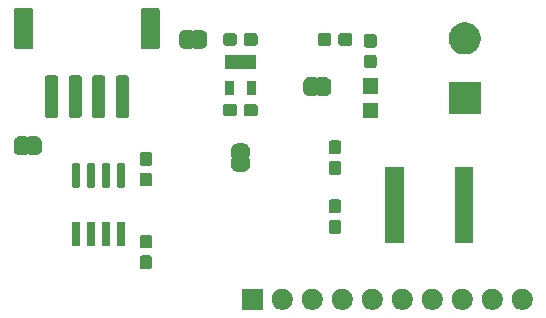
<source format=gts>
G04 #@! TF.GenerationSoftware,KiCad,Pcbnew,(5.1.5-0)*
G04 #@! TF.CreationDate,2020-02-09T15:42:12-07:00*
G04 #@! TF.ProjectId,dac_proto,6461635f-7072-46f7-946f-2e6b69636164,rev?*
G04 #@! TF.SameCoordinates,Original*
G04 #@! TF.FileFunction,Soldermask,Top*
G04 #@! TF.FilePolarity,Negative*
%FSLAX46Y46*%
G04 Gerber Fmt 4.6, Leading zero omitted, Abs format (unit mm)*
G04 Created by KiCad (PCBNEW (5.1.5-0)) date 2020-02-09 15:42:12*
%MOMM*%
%LPD*%
G04 APERTURE LIST*
%ADD10C,0.100000*%
G04 APERTURE END LIST*
D10*
G36*
X209973512Y-98103927D02*
G01*
X210122812Y-98133624D01*
X210286784Y-98201544D01*
X210434354Y-98300147D01*
X210559853Y-98425646D01*
X210658456Y-98573216D01*
X210726376Y-98737188D01*
X210761000Y-98911259D01*
X210761000Y-99088741D01*
X210726376Y-99262812D01*
X210658456Y-99426784D01*
X210559853Y-99574354D01*
X210434354Y-99699853D01*
X210286784Y-99798456D01*
X210122812Y-99866376D01*
X209973512Y-99896073D01*
X209948742Y-99901000D01*
X209771258Y-99901000D01*
X209746488Y-99896073D01*
X209597188Y-99866376D01*
X209433216Y-99798456D01*
X209285646Y-99699853D01*
X209160147Y-99574354D01*
X209061544Y-99426784D01*
X208993624Y-99262812D01*
X208959000Y-99088741D01*
X208959000Y-98911259D01*
X208993624Y-98737188D01*
X209061544Y-98573216D01*
X209160147Y-98425646D01*
X209285646Y-98300147D01*
X209433216Y-98201544D01*
X209597188Y-98133624D01*
X209746488Y-98103927D01*
X209771258Y-98099000D01*
X209948742Y-98099000D01*
X209973512Y-98103927D01*
G37*
G36*
X207433512Y-98103927D02*
G01*
X207582812Y-98133624D01*
X207746784Y-98201544D01*
X207894354Y-98300147D01*
X208019853Y-98425646D01*
X208118456Y-98573216D01*
X208186376Y-98737188D01*
X208221000Y-98911259D01*
X208221000Y-99088741D01*
X208186376Y-99262812D01*
X208118456Y-99426784D01*
X208019853Y-99574354D01*
X207894354Y-99699853D01*
X207746784Y-99798456D01*
X207582812Y-99866376D01*
X207433512Y-99896073D01*
X207408742Y-99901000D01*
X207231258Y-99901000D01*
X207206488Y-99896073D01*
X207057188Y-99866376D01*
X206893216Y-99798456D01*
X206745646Y-99699853D01*
X206620147Y-99574354D01*
X206521544Y-99426784D01*
X206453624Y-99262812D01*
X206419000Y-99088741D01*
X206419000Y-98911259D01*
X206453624Y-98737188D01*
X206521544Y-98573216D01*
X206620147Y-98425646D01*
X206745646Y-98300147D01*
X206893216Y-98201544D01*
X207057188Y-98133624D01*
X207206488Y-98103927D01*
X207231258Y-98099000D01*
X207408742Y-98099000D01*
X207433512Y-98103927D01*
G37*
G36*
X204893512Y-98103927D02*
G01*
X205042812Y-98133624D01*
X205206784Y-98201544D01*
X205354354Y-98300147D01*
X205479853Y-98425646D01*
X205578456Y-98573216D01*
X205646376Y-98737188D01*
X205681000Y-98911259D01*
X205681000Y-99088741D01*
X205646376Y-99262812D01*
X205578456Y-99426784D01*
X205479853Y-99574354D01*
X205354354Y-99699853D01*
X205206784Y-99798456D01*
X205042812Y-99866376D01*
X204893512Y-99896073D01*
X204868742Y-99901000D01*
X204691258Y-99901000D01*
X204666488Y-99896073D01*
X204517188Y-99866376D01*
X204353216Y-99798456D01*
X204205646Y-99699853D01*
X204080147Y-99574354D01*
X203981544Y-99426784D01*
X203913624Y-99262812D01*
X203879000Y-99088741D01*
X203879000Y-98911259D01*
X203913624Y-98737188D01*
X203981544Y-98573216D01*
X204080147Y-98425646D01*
X204205646Y-98300147D01*
X204353216Y-98201544D01*
X204517188Y-98133624D01*
X204666488Y-98103927D01*
X204691258Y-98099000D01*
X204868742Y-98099000D01*
X204893512Y-98103927D01*
G37*
G36*
X202353512Y-98103927D02*
G01*
X202502812Y-98133624D01*
X202666784Y-98201544D01*
X202814354Y-98300147D01*
X202939853Y-98425646D01*
X203038456Y-98573216D01*
X203106376Y-98737188D01*
X203141000Y-98911259D01*
X203141000Y-99088741D01*
X203106376Y-99262812D01*
X203038456Y-99426784D01*
X202939853Y-99574354D01*
X202814354Y-99699853D01*
X202666784Y-99798456D01*
X202502812Y-99866376D01*
X202353512Y-99896073D01*
X202328742Y-99901000D01*
X202151258Y-99901000D01*
X202126488Y-99896073D01*
X201977188Y-99866376D01*
X201813216Y-99798456D01*
X201665646Y-99699853D01*
X201540147Y-99574354D01*
X201441544Y-99426784D01*
X201373624Y-99262812D01*
X201339000Y-99088741D01*
X201339000Y-98911259D01*
X201373624Y-98737188D01*
X201441544Y-98573216D01*
X201540147Y-98425646D01*
X201665646Y-98300147D01*
X201813216Y-98201544D01*
X201977188Y-98133624D01*
X202126488Y-98103927D01*
X202151258Y-98099000D01*
X202328742Y-98099000D01*
X202353512Y-98103927D01*
G37*
G36*
X199813512Y-98103927D02*
G01*
X199962812Y-98133624D01*
X200126784Y-98201544D01*
X200274354Y-98300147D01*
X200399853Y-98425646D01*
X200498456Y-98573216D01*
X200566376Y-98737188D01*
X200601000Y-98911259D01*
X200601000Y-99088741D01*
X200566376Y-99262812D01*
X200498456Y-99426784D01*
X200399853Y-99574354D01*
X200274354Y-99699853D01*
X200126784Y-99798456D01*
X199962812Y-99866376D01*
X199813512Y-99896073D01*
X199788742Y-99901000D01*
X199611258Y-99901000D01*
X199586488Y-99896073D01*
X199437188Y-99866376D01*
X199273216Y-99798456D01*
X199125646Y-99699853D01*
X199000147Y-99574354D01*
X198901544Y-99426784D01*
X198833624Y-99262812D01*
X198799000Y-99088741D01*
X198799000Y-98911259D01*
X198833624Y-98737188D01*
X198901544Y-98573216D01*
X199000147Y-98425646D01*
X199125646Y-98300147D01*
X199273216Y-98201544D01*
X199437188Y-98133624D01*
X199586488Y-98103927D01*
X199611258Y-98099000D01*
X199788742Y-98099000D01*
X199813512Y-98103927D01*
G37*
G36*
X197273512Y-98103927D02*
G01*
X197422812Y-98133624D01*
X197586784Y-98201544D01*
X197734354Y-98300147D01*
X197859853Y-98425646D01*
X197958456Y-98573216D01*
X198026376Y-98737188D01*
X198061000Y-98911259D01*
X198061000Y-99088741D01*
X198026376Y-99262812D01*
X197958456Y-99426784D01*
X197859853Y-99574354D01*
X197734354Y-99699853D01*
X197586784Y-99798456D01*
X197422812Y-99866376D01*
X197273512Y-99896073D01*
X197248742Y-99901000D01*
X197071258Y-99901000D01*
X197046488Y-99896073D01*
X196897188Y-99866376D01*
X196733216Y-99798456D01*
X196585646Y-99699853D01*
X196460147Y-99574354D01*
X196361544Y-99426784D01*
X196293624Y-99262812D01*
X196259000Y-99088741D01*
X196259000Y-98911259D01*
X196293624Y-98737188D01*
X196361544Y-98573216D01*
X196460147Y-98425646D01*
X196585646Y-98300147D01*
X196733216Y-98201544D01*
X196897188Y-98133624D01*
X197046488Y-98103927D01*
X197071258Y-98099000D01*
X197248742Y-98099000D01*
X197273512Y-98103927D01*
G37*
G36*
X194733512Y-98103927D02*
G01*
X194882812Y-98133624D01*
X195046784Y-98201544D01*
X195194354Y-98300147D01*
X195319853Y-98425646D01*
X195418456Y-98573216D01*
X195486376Y-98737188D01*
X195521000Y-98911259D01*
X195521000Y-99088741D01*
X195486376Y-99262812D01*
X195418456Y-99426784D01*
X195319853Y-99574354D01*
X195194354Y-99699853D01*
X195046784Y-99798456D01*
X194882812Y-99866376D01*
X194733512Y-99896073D01*
X194708742Y-99901000D01*
X194531258Y-99901000D01*
X194506488Y-99896073D01*
X194357188Y-99866376D01*
X194193216Y-99798456D01*
X194045646Y-99699853D01*
X193920147Y-99574354D01*
X193821544Y-99426784D01*
X193753624Y-99262812D01*
X193719000Y-99088741D01*
X193719000Y-98911259D01*
X193753624Y-98737188D01*
X193821544Y-98573216D01*
X193920147Y-98425646D01*
X194045646Y-98300147D01*
X194193216Y-98201544D01*
X194357188Y-98133624D01*
X194506488Y-98103927D01*
X194531258Y-98099000D01*
X194708742Y-98099000D01*
X194733512Y-98103927D01*
G37*
G36*
X192193512Y-98103927D02*
G01*
X192342812Y-98133624D01*
X192506784Y-98201544D01*
X192654354Y-98300147D01*
X192779853Y-98425646D01*
X192878456Y-98573216D01*
X192946376Y-98737188D01*
X192981000Y-98911259D01*
X192981000Y-99088741D01*
X192946376Y-99262812D01*
X192878456Y-99426784D01*
X192779853Y-99574354D01*
X192654354Y-99699853D01*
X192506784Y-99798456D01*
X192342812Y-99866376D01*
X192193512Y-99896073D01*
X192168742Y-99901000D01*
X191991258Y-99901000D01*
X191966488Y-99896073D01*
X191817188Y-99866376D01*
X191653216Y-99798456D01*
X191505646Y-99699853D01*
X191380147Y-99574354D01*
X191281544Y-99426784D01*
X191213624Y-99262812D01*
X191179000Y-99088741D01*
X191179000Y-98911259D01*
X191213624Y-98737188D01*
X191281544Y-98573216D01*
X191380147Y-98425646D01*
X191505646Y-98300147D01*
X191653216Y-98201544D01*
X191817188Y-98133624D01*
X191966488Y-98103927D01*
X191991258Y-98099000D01*
X192168742Y-98099000D01*
X192193512Y-98103927D01*
G37*
G36*
X189653512Y-98103927D02*
G01*
X189802812Y-98133624D01*
X189966784Y-98201544D01*
X190114354Y-98300147D01*
X190239853Y-98425646D01*
X190338456Y-98573216D01*
X190406376Y-98737188D01*
X190441000Y-98911259D01*
X190441000Y-99088741D01*
X190406376Y-99262812D01*
X190338456Y-99426784D01*
X190239853Y-99574354D01*
X190114354Y-99699853D01*
X189966784Y-99798456D01*
X189802812Y-99866376D01*
X189653512Y-99896073D01*
X189628742Y-99901000D01*
X189451258Y-99901000D01*
X189426488Y-99896073D01*
X189277188Y-99866376D01*
X189113216Y-99798456D01*
X188965646Y-99699853D01*
X188840147Y-99574354D01*
X188741544Y-99426784D01*
X188673624Y-99262812D01*
X188639000Y-99088741D01*
X188639000Y-98911259D01*
X188673624Y-98737188D01*
X188741544Y-98573216D01*
X188840147Y-98425646D01*
X188965646Y-98300147D01*
X189113216Y-98201544D01*
X189277188Y-98133624D01*
X189426488Y-98103927D01*
X189451258Y-98099000D01*
X189628742Y-98099000D01*
X189653512Y-98103927D01*
G37*
G36*
X187901000Y-99901000D02*
G01*
X186099000Y-99901000D01*
X186099000Y-98099000D01*
X187901000Y-98099000D01*
X187901000Y-99901000D01*
G37*
G36*
X178364499Y-95303445D02*
G01*
X178401995Y-95314820D01*
X178436554Y-95333292D01*
X178466847Y-95358153D01*
X178491708Y-95388446D01*
X178510180Y-95423005D01*
X178521555Y-95460501D01*
X178526000Y-95505638D01*
X178526000Y-96244362D01*
X178521555Y-96289499D01*
X178510180Y-96326995D01*
X178491708Y-96361554D01*
X178466847Y-96391847D01*
X178436554Y-96416708D01*
X178401995Y-96435180D01*
X178364499Y-96446555D01*
X178319362Y-96451000D01*
X177680638Y-96451000D01*
X177635501Y-96446555D01*
X177598005Y-96435180D01*
X177563446Y-96416708D01*
X177533153Y-96391847D01*
X177508292Y-96361554D01*
X177489820Y-96326995D01*
X177478445Y-96289499D01*
X177474000Y-96244362D01*
X177474000Y-95505638D01*
X177478445Y-95460501D01*
X177489820Y-95423005D01*
X177508292Y-95388446D01*
X177533153Y-95358153D01*
X177563446Y-95333292D01*
X177598005Y-95314820D01*
X177635501Y-95303445D01*
X177680638Y-95299000D01*
X178319362Y-95299000D01*
X178364499Y-95303445D01*
G37*
G36*
X178364499Y-93553445D02*
G01*
X178401995Y-93564820D01*
X178436554Y-93583292D01*
X178466847Y-93608153D01*
X178491708Y-93638446D01*
X178510180Y-93673005D01*
X178521555Y-93710501D01*
X178526000Y-93755638D01*
X178526000Y-94494362D01*
X178521555Y-94539499D01*
X178510180Y-94576995D01*
X178491708Y-94611554D01*
X178466847Y-94641847D01*
X178436554Y-94666708D01*
X178401995Y-94685180D01*
X178364499Y-94696555D01*
X178319362Y-94701000D01*
X177680638Y-94701000D01*
X177635501Y-94696555D01*
X177598005Y-94685180D01*
X177563446Y-94666708D01*
X177533153Y-94641847D01*
X177508292Y-94611554D01*
X177489820Y-94576995D01*
X177478445Y-94539499D01*
X177474000Y-94494362D01*
X177474000Y-93755638D01*
X177478445Y-93710501D01*
X177489820Y-93673005D01*
X177508292Y-93638446D01*
X177533153Y-93608153D01*
X177563446Y-93583292D01*
X177598005Y-93564820D01*
X177635501Y-93553445D01*
X177680638Y-93549000D01*
X178319362Y-93549000D01*
X178364499Y-93553445D01*
G37*
G36*
X172354928Y-92451764D02*
G01*
X172376009Y-92458160D01*
X172395445Y-92468548D01*
X172412476Y-92482524D01*
X172426452Y-92499555D01*
X172436840Y-92518991D01*
X172443236Y-92540072D01*
X172446000Y-92568140D01*
X172446000Y-94381860D01*
X172443236Y-94409928D01*
X172436840Y-94431009D01*
X172426452Y-94450445D01*
X172412476Y-94467476D01*
X172395445Y-94481452D01*
X172376009Y-94491840D01*
X172354928Y-94498236D01*
X172326860Y-94501000D01*
X171863140Y-94501000D01*
X171835072Y-94498236D01*
X171813991Y-94491840D01*
X171794555Y-94481452D01*
X171777524Y-94467476D01*
X171763548Y-94450445D01*
X171753160Y-94431009D01*
X171746764Y-94409928D01*
X171744000Y-94381860D01*
X171744000Y-92568140D01*
X171746764Y-92540072D01*
X171753160Y-92518991D01*
X171763548Y-92499555D01*
X171777524Y-92482524D01*
X171794555Y-92468548D01*
X171813991Y-92458160D01*
X171835072Y-92451764D01*
X171863140Y-92449000D01*
X172326860Y-92449000D01*
X172354928Y-92451764D01*
G37*
G36*
X173624928Y-92451764D02*
G01*
X173646009Y-92458160D01*
X173665445Y-92468548D01*
X173682476Y-92482524D01*
X173696452Y-92499555D01*
X173706840Y-92518991D01*
X173713236Y-92540072D01*
X173716000Y-92568140D01*
X173716000Y-94381860D01*
X173713236Y-94409928D01*
X173706840Y-94431009D01*
X173696452Y-94450445D01*
X173682476Y-94467476D01*
X173665445Y-94481452D01*
X173646009Y-94491840D01*
X173624928Y-94498236D01*
X173596860Y-94501000D01*
X173133140Y-94501000D01*
X173105072Y-94498236D01*
X173083991Y-94491840D01*
X173064555Y-94481452D01*
X173047524Y-94467476D01*
X173033548Y-94450445D01*
X173023160Y-94431009D01*
X173016764Y-94409928D01*
X173014000Y-94381860D01*
X173014000Y-92568140D01*
X173016764Y-92540072D01*
X173023160Y-92518991D01*
X173033548Y-92499555D01*
X173047524Y-92482524D01*
X173064555Y-92468548D01*
X173083991Y-92458160D01*
X173105072Y-92451764D01*
X173133140Y-92449000D01*
X173596860Y-92449000D01*
X173624928Y-92451764D01*
G37*
G36*
X174894928Y-92451764D02*
G01*
X174916009Y-92458160D01*
X174935445Y-92468548D01*
X174952476Y-92482524D01*
X174966452Y-92499555D01*
X174976840Y-92518991D01*
X174983236Y-92540072D01*
X174986000Y-92568140D01*
X174986000Y-94381860D01*
X174983236Y-94409928D01*
X174976840Y-94431009D01*
X174966452Y-94450445D01*
X174952476Y-94467476D01*
X174935445Y-94481452D01*
X174916009Y-94491840D01*
X174894928Y-94498236D01*
X174866860Y-94501000D01*
X174403140Y-94501000D01*
X174375072Y-94498236D01*
X174353991Y-94491840D01*
X174334555Y-94481452D01*
X174317524Y-94467476D01*
X174303548Y-94450445D01*
X174293160Y-94431009D01*
X174286764Y-94409928D01*
X174284000Y-94381860D01*
X174284000Y-92568140D01*
X174286764Y-92540072D01*
X174293160Y-92518991D01*
X174303548Y-92499555D01*
X174317524Y-92482524D01*
X174334555Y-92468548D01*
X174353991Y-92458160D01*
X174375072Y-92451764D01*
X174403140Y-92449000D01*
X174866860Y-92449000D01*
X174894928Y-92451764D01*
G37*
G36*
X176164928Y-92451764D02*
G01*
X176186009Y-92458160D01*
X176205445Y-92468548D01*
X176222476Y-92482524D01*
X176236452Y-92499555D01*
X176246840Y-92518991D01*
X176253236Y-92540072D01*
X176256000Y-92568140D01*
X176256000Y-94381860D01*
X176253236Y-94409928D01*
X176246840Y-94431009D01*
X176236452Y-94450445D01*
X176222476Y-94467476D01*
X176205445Y-94481452D01*
X176186009Y-94491840D01*
X176164928Y-94498236D01*
X176136860Y-94501000D01*
X175673140Y-94501000D01*
X175645072Y-94498236D01*
X175623991Y-94491840D01*
X175604555Y-94481452D01*
X175587524Y-94467476D01*
X175573548Y-94450445D01*
X175563160Y-94431009D01*
X175556764Y-94409928D01*
X175554000Y-94381860D01*
X175554000Y-92568140D01*
X175556764Y-92540072D01*
X175563160Y-92518991D01*
X175573548Y-92499555D01*
X175587524Y-92482524D01*
X175604555Y-92468548D01*
X175623991Y-92458160D01*
X175645072Y-92451764D01*
X175673140Y-92449000D01*
X176136860Y-92449000D01*
X176164928Y-92451764D01*
G37*
G36*
X199826000Y-94201000D02*
G01*
X198274000Y-94201000D01*
X198274000Y-87799000D01*
X199826000Y-87799000D01*
X199826000Y-94201000D01*
G37*
G36*
X205726000Y-94201000D02*
G01*
X204174000Y-94201000D01*
X204174000Y-87799000D01*
X205726000Y-87799000D01*
X205726000Y-94201000D01*
G37*
G36*
X194364499Y-92303445D02*
G01*
X194401995Y-92314820D01*
X194436554Y-92333292D01*
X194466847Y-92358153D01*
X194491708Y-92388446D01*
X194510180Y-92423005D01*
X194521555Y-92460501D01*
X194526000Y-92505638D01*
X194526000Y-93244362D01*
X194521555Y-93289499D01*
X194510180Y-93326995D01*
X194491708Y-93361554D01*
X194466847Y-93391847D01*
X194436554Y-93416708D01*
X194401995Y-93435180D01*
X194364499Y-93446555D01*
X194319362Y-93451000D01*
X193680638Y-93451000D01*
X193635501Y-93446555D01*
X193598005Y-93435180D01*
X193563446Y-93416708D01*
X193533153Y-93391847D01*
X193508292Y-93361554D01*
X193489820Y-93326995D01*
X193478445Y-93289499D01*
X193474000Y-93244362D01*
X193474000Y-92505638D01*
X193478445Y-92460501D01*
X193489820Y-92423005D01*
X193508292Y-92388446D01*
X193533153Y-92358153D01*
X193563446Y-92333292D01*
X193598005Y-92314820D01*
X193635501Y-92303445D01*
X193680638Y-92299000D01*
X194319362Y-92299000D01*
X194364499Y-92303445D01*
G37*
G36*
X194364499Y-90553445D02*
G01*
X194401995Y-90564820D01*
X194436554Y-90583292D01*
X194466847Y-90608153D01*
X194491708Y-90638446D01*
X194510180Y-90673005D01*
X194521555Y-90710501D01*
X194526000Y-90755638D01*
X194526000Y-91494362D01*
X194521555Y-91539499D01*
X194510180Y-91576995D01*
X194491708Y-91611554D01*
X194466847Y-91641847D01*
X194436554Y-91666708D01*
X194401995Y-91685180D01*
X194364499Y-91696555D01*
X194319362Y-91701000D01*
X193680638Y-91701000D01*
X193635501Y-91696555D01*
X193598005Y-91685180D01*
X193563446Y-91666708D01*
X193533153Y-91641847D01*
X193508292Y-91611554D01*
X193489820Y-91576995D01*
X193478445Y-91539499D01*
X193474000Y-91494362D01*
X193474000Y-90755638D01*
X193478445Y-90710501D01*
X193489820Y-90673005D01*
X193508292Y-90638446D01*
X193533153Y-90608153D01*
X193563446Y-90583292D01*
X193598005Y-90564820D01*
X193635501Y-90553445D01*
X193680638Y-90549000D01*
X194319362Y-90549000D01*
X194364499Y-90553445D01*
G37*
G36*
X172354928Y-87501764D02*
G01*
X172376009Y-87508160D01*
X172395445Y-87518548D01*
X172412476Y-87532524D01*
X172426452Y-87549555D01*
X172436840Y-87568991D01*
X172443236Y-87590072D01*
X172446000Y-87618140D01*
X172446000Y-89431860D01*
X172443236Y-89459928D01*
X172436840Y-89481009D01*
X172426452Y-89500445D01*
X172412476Y-89517476D01*
X172395445Y-89531452D01*
X172376009Y-89541840D01*
X172354928Y-89548236D01*
X172326860Y-89551000D01*
X171863140Y-89551000D01*
X171835072Y-89548236D01*
X171813991Y-89541840D01*
X171794555Y-89531452D01*
X171777524Y-89517476D01*
X171763548Y-89500445D01*
X171753160Y-89481009D01*
X171746764Y-89459928D01*
X171744000Y-89431860D01*
X171744000Y-87618140D01*
X171746764Y-87590072D01*
X171753160Y-87568991D01*
X171763548Y-87549555D01*
X171777524Y-87532524D01*
X171794555Y-87518548D01*
X171813991Y-87508160D01*
X171835072Y-87501764D01*
X171863140Y-87499000D01*
X172326860Y-87499000D01*
X172354928Y-87501764D01*
G37*
G36*
X173624928Y-87501764D02*
G01*
X173646009Y-87508160D01*
X173665445Y-87518548D01*
X173682476Y-87532524D01*
X173696452Y-87549555D01*
X173706840Y-87568991D01*
X173713236Y-87590072D01*
X173716000Y-87618140D01*
X173716000Y-89431860D01*
X173713236Y-89459928D01*
X173706840Y-89481009D01*
X173696452Y-89500445D01*
X173682476Y-89517476D01*
X173665445Y-89531452D01*
X173646009Y-89541840D01*
X173624928Y-89548236D01*
X173596860Y-89551000D01*
X173133140Y-89551000D01*
X173105072Y-89548236D01*
X173083991Y-89541840D01*
X173064555Y-89531452D01*
X173047524Y-89517476D01*
X173033548Y-89500445D01*
X173023160Y-89481009D01*
X173016764Y-89459928D01*
X173014000Y-89431860D01*
X173014000Y-87618140D01*
X173016764Y-87590072D01*
X173023160Y-87568991D01*
X173033548Y-87549555D01*
X173047524Y-87532524D01*
X173064555Y-87518548D01*
X173083991Y-87508160D01*
X173105072Y-87501764D01*
X173133140Y-87499000D01*
X173596860Y-87499000D01*
X173624928Y-87501764D01*
G37*
G36*
X174894928Y-87501764D02*
G01*
X174916009Y-87508160D01*
X174935445Y-87518548D01*
X174952476Y-87532524D01*
X174966452Y-87549555D01*
X174976840Y-87568991D01*
X174983236Y-87590072D01*
X174986000Y-87618140D01*
X174986000Y-89431860D01*
X174983236Y-89459928D01*
X174976840Y-89481009D01*
X174966452Y-89500445D01*
X174952476Y-89517476D01*
X174935445Y-89531452D01*
X174916009Y-89541840D01*
X174894928Y-89548236D01*
X174866860Y-89551000D01*
X174403140Y-89551000D01*
X174375072Y-89548236D01*
X174353991Y-89541840D01*
X174334555Y-89531452D01*
X174317524Y-89517476D01*
X174303548Y-89500445D01*
X174293160Y-89481009D01*
X174286764Y-89459928D01*
X174284000Y-89431860D01*
X174284000Y-87618140D01*
X174286764Y-87590072D01*
X174293160Y-87568991D01*
X174303548Y-87549555D01*
X174317524Y-87532524D01*
X174334555Y-87518548D01*
X174353991Y-87508160D01*
X174375072Y-87501764D01*
X174403140Y-87499000D01*
X174866860Y-87499000D01*
X174894928Y-87501764D01*
G37*
G36*
X176164928Y-87501764D02*
G01*
X176186009Y-87508160D01*
X176205445Y-87518548D01*
X176222476Y-87532524D01*
X176236452Y-87549555D01*
X176246840Y-87568991D01*
X176253236Y-87590072D01*
X176256000Y-87618140D01*
X176256000Y-89431860D01*
X176253236Y-89459928D01*
X176246840Y-89481009D01*
X176236452Y-89500445D01*
X176222476Y-89517476D01*
X176205445Y-89531452D01*
X176186009Y-89541840D01*
X176164928Y-89548236D01*
X176136860Y-89551000D01*
X175673140Y-89551000D01*
X175645072Y-89548236D01*
X175623991Y-89541840D01*
X175604555Y-89531452D01*
X175587524Y-89517476D01*
X175573548Y-89500445D01*
X175563160Y-89481009D01*
X175556764Y-89459928D01*
X175554000Y-89431860D01*
X175554000Y-87618140D01*
X175556764Y-87590072D01*
X175563160Y-87568991D01*
X175573548Y-87549555D01*
X175587524Y-87532524D01*
X175604555Y-87518548D01*
X175623991Y-87508160D01*
X175645072Y-87501764D01*
X175673140Y-87499000D01*
X176136860Y-87499000D01*
X176164928Y-87501764D01*
G37*
G36*
X178364499Y-88303445D02*
G01*
X178401995Y-88314820D01*
X178436554Y-88333292D01*
X178466847Y-88358153D01*
X178491708Y-88388446D01*
X178510180Y-88423005D01*
X178521555Y-88460501D01*
X178526000Y-88505638D01*
X178526000Y-89244362D01*
X178521555Y-89289499D01*
X178510180Y-89326995D01*
X178491708Y-89361554D01*
X178466847Y-89391847D01*
X178436554Y-89416708D01*
X178401995Y-89435180D01*
X178364499Y-89446555D01*
X178319362Y-89451000D01*
X177680638Y-89451000D01*
X177635501Y-89446555D01*
X177598005Y-89435180D01*
X177563446Y-89416708D01*
X177533153Y-89391847D01*
X177508292Y-89361554D01*
X177489820Y-89326995D01*
X177478445Y-89289499D01*
X177474000Y-89244362D01*
X177474000Y-88505638D01*
X177478445Y-88460501D01*
X177489820Y-88423005D01*
X177508292Y-88388446D01*
X177533153Y-88358153D01*
X177563446Y-88333292D01*
X177598005Y-88314820D01*
X177635501Y-88303445D01*
X177680638Y-88299000D01*
X178319362Y-88299000D01*
X178364499Y-88303445D01*
G37*
G36*
X194364499Y-87303445D02*
G01*
X194401995Y-87314820D01*
X194436554Y-87333292D01*
X194466847Y-87358153D01*
X194491708Y-87388446D01*
X194510180Y-87423005D01*
X194521555Y-87460501D01*
X194526000Y-87505638D01*
X194526000Y-88244362D01*
X194521555Y-88289499D01*
X194510180Y-88326995D01*
X194491708Y-88361554D01*
X194466847Y-88391847D01*
X194436554Y-88416708D01*
X194401995Y-88435180D01*
X194364499Y-88446555D01*
X194319362Y-88451000D01*
X193680638Y-88451000D01*
X193635501Y-88446555D01*
X193598005Y-88435180D01*
X193563446Y-88416708D01*
X193533153Y-88391847D01*
X193508292Y-88361554D01*
X193489820Y-88326995D01*
X193478445Y-88289499D01*
X193474000Y-88244362D01*
X193474000Y-87505638D01*
X193478445Y-87460501D01*
X193489820Y-87423005D01*
X193508292Y-87388446D01*
X193533153Y-87358153D01*
X193563446Y-87333292D01*
X193598005Y-87314820D01*
X193635501Y-87303445D01*
X193680638Y-87299000D01*
X194319362Y-87299000D01*
X194364499Y-87303445D01*
G37*
G36*
X186262199Y-85799954D02*
G01*
X186274450Y-85800556D01*
X186292869Y-85800556D01*
X186315149Y-85802750D01*
X186399233Y-85819476D01*
X186420660Y-85825976D01*
X186499858Y-85858780D01*
X186505303Y-85861691D01*
X186505309Y-85861693D01*
X186514169Y-85866429D01*
X186514173Y-85866432D01*
X186519614Y-85869340D01*
X186590899Y-85916971D01*
X186608204Y-85931172D01*
X186668828Y-85991796D01*
X186683029Y-86009101D01*
X186730660Y-86080386D01*
X186733568Y-86085827D01*
X186733571Y-86085831D01*
X186738307Y-86094691D01*
X186738309Y-86094697D01*
X186741220Y-86100142D01*
X186774024Y-86179340D01*
X186780524Y-86200767D01*
X186797250Y-86284851D01*
X186799444Y-86307131D01*
X186799444Y-86325550D01*
X186800046Y-86337801D01*
X186801852Y-86356139D01*
X186801852Y-86843860D01*
X186800263Y-86859999D01*
X186797348Y-86869608D01*
X186792610Y-86878472D01*
X186786237Y-86886237D01*
X186773794Y-86896448D01*
X186763425Y-86903378D01*
X186746098Y-86920705D01*
X186732485Y-86941080D01*
X186723109Y-86963720D01*
X186718329Y-86987753D01*
X186718330Y-87012257D01*
X186723112Y-87036290D01*
X186732490Y-87058929D01*
X186746105Y-87079302D01*
X186763432Y-87096629D01*
X186773802Y-87103558D01*
X186786237Y-87113763D01*
X186792610Y-87121528D01*
X186797348Y-87130392D01*
X186800263Y-87140001D01*
X186801852Y-87156140D01*
X186801852Y-87643862D01*
X186800046Y-87662199D01*
X186799444Y-87674450D01*
X186799444Y-87692869D01*
X186797250Y-87715149D01*
X186780524Y-87799233D01*
X186774024Y-87820660D01*
X186741220Y-87899858D01*
X186738309Y-87905303D01*
X186738307Y-87905309D01*
X186733571Y-87914169D01*
X186733568Y-87914173D01*
X186730660Y-87919614D01*
X186683029Y-87990899D01*
X186668828Y-88008204D01*
X186608204Y-88068828D01*
X186590899Y-88083029D01*
X186519614Y-88130660D01*
X186514173Y-88133568D01*
X186514169Y-88133571D01*
X186505309Y-88138307D01*
X186505303Y-88138309D01*
X186499858Y-88141220D01*
X186420660Y-88174024D01*
X186399233Y-88180524D01*
X186315149Y-88197250D01*
X186292869Y-88199444D01*
X186274450Y-88199444D01*
X186262199Y-88200046D01*
X186243862Y-88201852D01*
X185756138Y-88201852D01*
X185737801Y-88200046D01*
X185725550Y-88199444D01*
X185707131Y-88199444D01*
X185684851Y-88197250D01*
X185600767Y-88180524D01*
X185579340Y-88174024D01*
X185500142Y-88141220D01*
X185494697Y-88138309D01*
X185494691Y-88138307D01*
X185485831Y-88133571D01*
X185485827Y-88133568D01*
X185480386Y-88130660D01*
X185409101Y-88083029D01*
X185391796Y-88068828D01*
X185331172Y-88008204D01*
X185316971Y-87990899D01*
X185269340Y-87919614D01*
X185266432Y-87914173D01*
X185266429Y-87914169D01*
X185261693Y-87905309D01*
X185261691Y-87905303D01*
X185258780Y-87899858D01*
X185225976Y-87820660D01*
X185219476Y-87799233D01*
X185202750Y-87715149D01*
X185200556Y-87692869D01*
X185200556Y-87674450D01*
X185199954Y-87662199D01*
X185198148Y-87643862D01*
X185198148Y-87156140D01*
X185199737Y-87140001D01*
X185202652Y-87130392D01*
X185207390Y-87121528D01*
X185213763Y-87113763D01*
X185226206Y-87103552D01*
X185236575Y-87096622D01*
X185253902Y-87079295D01*
X185267515Y-87058920D01*
X185276891Y-87036280D01*
X185281671Y-87012247D01*
X185281670Y-86987743D01*
X185276888Y-86963710D01*
X185267510Y-86941071D01*
X185253895Y-86920698D01*
X185236568Y-86903371D01*
X185226198Y-86896442D01*
X185213763Y-86886237D01*
X185207390Y-86878472D01*
X185202652Y-86869608D01*
X185199737Y-86859999D01*
X185198148Y-86843860D01*
X185198148Y-86356139D01*
X185199954Y-86337801D01*
X185200556Y-86325550D01*
X185200556Y-86307131D01*
X185202750Y-86284851D01*
X185219476Y-86200767D01*
X185225976Y-86179340D01*
X185258780Y-86100142D01*
X185261691Y-86094697D01*
X185261693Y-86094691D01*
X185266429Y-86085831D01*
X185266432Y-86085827D01*
X185269340Y-86080386D01*
X185316971Y-86009101D01*
X185331172Y-85991796D01*
X185391796Y-85931172D01*
X185409101Y-85916971D01*
X185480386Y-85869340D01*
X185485827Y-85866432D01*
X185485831Y-85866429D01*
X185494691Y-85861693D01*
X185494697Y-85861691D01*
X185500142Y-85858780D01*
X185579340Y-85825976D01*
X185600767Y-85819476D01*
X185684851Y-85802750D01*
X185707131Y-85800556D01*
X185725550Y-85800556D01*
X185737801Y-85799954D01*
X185756139Y-85798148D01*
X186243861Y-85798148D01*
X186262199Y-85799954D01*
G37*
G36*
X178364499Y-86553445D02*
G01*
X178401995Y-86564820D01*
X178436554Y-86583292D01*
X178466847Y-86608153D01*
X178491708Y-86638446D01*
X178510180Y-86673005D01*
X178521555Y-86710501D01*
X178526000Y-86755638D01*
X178526000Y-87494362D01*
X178521555Y-87539499D01*
X178510180Y-87576995D01*
X178491708Y-87611554D01*
X178466847Y-87641847D01*
X178436554Y-87666708D01*
X178401995Y-87685180D01*
X178364499Y-87696555D01*
X178319362Y-87701000D01*
X177680638Y-87701000D01*
X177635501Y-87696555D01*
X177598005Y-87685180D01*
X177563446Y-87666708D01*
X177533153Y-87641847D01*
X177508292Y-87611554D01*
X177489820Y-87576995D01*
X177478445Y-87539499D01*
X177474000Y-87494362D01*
X177474000Y-86755638D01*
X177478445Y-86710501D01*
X177489820Y-86673005D01*
X177508292Y-86638446D01*
X177533153Y-86608153D01*
X177563446Y-86583292D01*
X177598005Y-86564820D01*
X177635501Y-86553445D01*
X177680638Y-86549000D01*
X178319362Y-86549000D01*
X178364499Y-86553445D01*
G37*
G36*
X167859999Y-85199737D02*
G01*
X167869608Y-85202652D01*
X167878472Y-85207390D01*
X167886237Y-85213763D01*
X167896448Y-85226206D01*
X167903378Y-85236575D01*
X167920705Y-85253902D01*
X167941080Y-85267515D01*
X167963720Y-85276891D01*
X167987753Y-85281671D01*
X168012257Y-85281670D01*
X168036290Y-85276888D01*
X168058929Y-85267510D01*
X168079302Y-85253895D01*
X168096629Y-85236568D01*
X168103558Y-85226198D01*
X168113763Y-85213763D01*
X168121528Y-85207390D01*
X168130392Y-85202652D01*
X168140001Y-85199737D01*
X168156140Y-85198148D01*
X168643861Y-85198148D01*
X168662199Y-85199954D01*
X168674450Y-85200556D01*
X168692869Y-85200556D01*
X168715149Y-85202750D01*
X168799233Y-85219476D01*
X168820660Y-85225976D01*
X168899858Y-85258780D01*
X168905303Y-85261691D01*
X168905309Y-85261693D01*
X168914169Y-85266429D01*
X168914173Y-85266432D01*
X168919614Y-85269340D01*
X168990899Y-85316971D01*
X169008204Y-85331172D01*
X169068828Y-85391796D01*
X169083029Y-85409101D01*
X169130660Y-85480386D01*
X169133568Y-85485827D01*
X169133571Y-85485831D01*
X169138307Y-85494691D01*
X169138309Y-85494697D01*
X169141220Y-85500142D01*
X169174024Y-85579340D01*
X169180524Y-85600767D01*
X169197250Y-85684851D01*
X169199444Y-85707131D01*
X169199444Y-85725550D01*
X169200046Y-85737801D01*
X169201852Y-85756139D01*
X169201852Y-86243862D01*
X169200046Y-86262199D01*
X169199444Y-86274450D01*
X169199444Y-86292869D01*
X169197250Y-86315149D01*
X169180524Y-86399233D01*
X169174024Y-86420660D01*
X169141220Y-86499858D01*
X169138309Y-86505303D01*
X169138307Y-86505309D01*
X169133571Y-86514169D01*
X169133568Y-86514173D01*
X169130660Y-86519614D01*
X169083029Y-86590899D01*
X169068828Y-86608204D01*
X169008204Y-86668828D01*
X168990899Y-86683029D01*
X168919614Y-86730660D01*
X168914173Y-86733568D01*
X168914169Y-86733571D01*
X168905309Y-86738307D01*
X168905303Y-86738309D01*
X168899858Y-86741220D01*
X168820660Y-86774024D01*
X168799233Y-86780524D01*
X168715149Y-86797250D01*
X168692869Y-86799444D01*
X168674450Y-86799444D01*
X168662199Y-86800046D01*
X168643862Y-86801852D01*
X168156140Y-86801852D01*
X168140001Y-86800263D01*
X168130392Y-86797348D01*
X168121528Y-86792610D01*
X168113763Y-86786237D01*
X168103552Y-86773794D01*
X168096622Y-86763425D01*
X168079295Y-86746098D01*
X168058920Y-86732485D01*
X168036280Y-86723109D01*
X168012247Y-86718329D01*
X167987743Y-86718330D01*
X167963710Y-86723112D01*
X167941071Y-86732490D01*
X167920698Y-86746105D01*
X167903371Y-86763432D01*
X167896442Y-86773802D01*
X167886237Y-86786237D01*
X167878472Y-86792610D01*
X167869608Y-86797348D01*
X167859999Y-86800263D01*
X167843860Y-86801852D01*
X167356138Y-86801852D01*
X167337801Y-86800046D01*
X167325550Y-86799444D01*
X167307131Y-86799444D01*
X167284851Y-86797250D01*
X167200767Y-86780524D01*
X167179340Y-86774024D01*
X167100142Y-86741220D01*
X167094697Y-86738309D01*
X167094691Y-86738307D01*
X167085831Y-86733571D01*
X167085827Y-86733568D01*
X167080386Y-86730660D01*
X167009101Y-86683029D01*
X166991796Y-86668828D01*
X166931172Y-86608204D01*
X166916971Y-86590899D01*
X166869340Y-86519614D01*
X166866432Y-86514173D01*
X166866429Y-86514169D01*
X166861693Y-86505309D01*
X166861691Y-86505303D01*
X166858780Y-86499858D01*
X166825976Y-86420660D01*
X166819476Y-86399233D01*
X166802750Y-86315149D01*
X166800556Y-86292869D01*
X166800556Y-86274450D01*
X166799954Y-86262199D01*
X166798148Y-86243862D01*
X166798148Y-85756139D01*
X166799954Y-85737801D01*
X166800556Y-85725550D01*
X166800556Y-85707131D01*
X166802750Y-85684851D01*
X166819476Y-85600767D01*
X166825976Y-85579340D01*
X166858780Y-85500142D01*
X166861691Y-85494697D01*
X166861693Y-85494691D01*
X166866429Y-85485831D01*
X166866432Y-85485827D01*
X166869340Y-85480386D01*
X166916971Y-85409101D01*
X166931172Y-85391796D01*
X166991796Y-85331172D01*
X167009101Y-85316971D01*
X167080386Y-85269340D01*
X167085827Y-85266432D01*
X167085831Y-85266429D01*
X167094691Y-85261693D01*
X167094697Y-85261691D01*
X167100142Y-85258780D01*
X167179340Y-85225976D01*
X167200767Y-85219476D01*
X167284851Y-85202750D01*
X167307131Y-85200556D01*
X167325550Y-85200556D01*
X167337801Y-85199954D01*
X167356139Y-85198148D01*
X167843860Y-85198148D01*
X167859999Y-85199737D01*
G37*
G36*
X194364499Y-85553445D02*
G01*
X194401995Y-85564820D01*
X194436554Y-85583292D01*
X194466847Y-85608153D01*
X194491708Y-85638446D01*
X194510180Y-85673005D01*
X194521555Y-85710501D01*
X194526000Y-85755638D01*
X194526000Y-86494362D01*
X194521555Y-86539499D01*
X194510180Y-86576995D01*
X194491708Y-86611554D01*
X194466847Y-86641847D01*
X194436554Y-86666708D01*
X194401995Y-86685180D01*
X194364499Y-86696555D01*
X194319362Y-86701000D01*
X193680638Y-86701000D01*
X193635501Y-86696555D01*
X193598005Y-86685180D01*
X193563446Y-86666708D01*
X193533153Y-86641847D01*
X193508292Y-86611554D01*
X193489820Y-86576995D01*
X193478445Y-86539499D01*
X193474000Y-86494362D01*
X193474000Y-85755638D01*
X193478445Y-85710501D01*
X193489820Y-85673005D01*
X193508292Y-85638446D01*
X193533153Y-85608153D01*
X193563446Y-85583292D01*
X193598005Y-85564820D01*
X193635501Y-85553445D01*
X193680638Y-85549000D01*
X194319362Y-85549000D01*
X194364499Y-85553445D01*
G37*
G36*
X197651000Y-83701000D02*
G01*
X196349000Y-83701000D01*
X196349000Y-82399000D01*
X197651000Y-82399000D01*
X197651000Y-83701000D01*
G37*
G36*
X170379434Y-80053686D02*
G01*
X170419284Y-80065774D01*
X170455999Y-80085399D01*
X170488186Y-80111814D01*
X170514601Y-80144001D01*
X170534226Y-80180716D01*
X170546314Y-80220566D01*
X170551000Y-80268141D01*
X170551000Y-83431859D01*
X170546314Y-83479434D01*
X170534226Y-83519284D01*
X170514601Y-83555999D01*
X170488186Y-83588186D01*
X170455999Y-83614601D01*
X170419284Y-83634226D01*
X170379434Y-83646314D01*
X170331859Y-83651000D01*
X169668141Y-83651000D01*
X169620566Y-83646314D01*
X169580716Y-83634226D01*
X169544001Y-83614601D01*
X169511814Y-83588186D01*
X169485399Y-83555999D01*
X169465774Y-83519284D01*
X169453686Y-83479434D01*
X169449000Y-83431859D01*
X169449000Y-80268141D01*
X169453686Y-80220566D01*
X169465774Y-80180716D01*
X169485399Y-80144001D01*
X169511814Y-80111814D01*
X169544001Y-80085399D01*
X169580716Y-80065774D01*
X169620566Y-80053686D01*
X169668141Y-80049000D01*
X170331859Y-80049000D01*
X170379434Y-80053686D01*
G37*
G36*
X172379434Y-80053686D02*
G01*
X172419284Y-80065774D01*
X172455999Y-80085399D01*
X172488186Y-80111814D01*
X172514601Y-80144001D01*
X172534226Y-80180716D01*
X172546314Y-80220566D01*
X172551000Y-80268141D01*
X172551000Y-83431859D01*
X172546314Y-83479434D01*
X172534226Y-83519284D01*
X172514601Y-83555999D01*
X172488186Y-83588186D01*
X172455999Y-83614601D01*
X172419284Y-83634226D01*
X172379434Y-83646314D01*
X172331859Y-83651000D01*
X171668141Y-83651000D01*
X171620566Y-83646314D01*
X171580716Y-83634226D01*
X171544001Y-83614601D01*
X171511814Y-83588186D01*
X171485399Y-83555999D01*
X171465774Y-83519284D01*
X171453686Y-83479434D01*
X171449000Y-83431859D01*
X171449000Y-80268141D01*
X171453686Y-80220566D01*
X171465774Y-80180716D01*
X171485399Y-80144001D01*
X171511814Y-80111814D01*
X171544001Y-80085399D01*
X171580716Y-80065774D01*
X171620566Y-80053686D01*
X171668141Y-80049000D01*
X172331859Y-80049000D01*
X172379434Y-80053686D01*
G37*
G36*
X176379434Y-80053686D02*
G01*
X176419284Y-80065774D01*
X176455999Y-80085399D01*
X176488186Y-80111814D01*
X176514601Y-80144001D01*
X176534226Y-80180716D01*
X176546314Y-80220566D01*
X176551000Y-80268141D01*
X176551000Y-83431859D01*
X176546314Y-83479434D01*
X176534226Y-83519284D01*
X176514601Y-83555999D01*
X176488186Y-83588186D01*
X176455999Y-83614601D01*
X176419284Y-83634226D01*
X176379434Y-83646314D01*
X176331859Y-83651000D01*
X175668141Y-83651000D01*
X175620566Y-83646314D01*
X175580716Y-83634226D01*
X175544001Y-83614601D01*
X175511814Y-83588186D01*
X175485399Y-83555999D01*
X175465774Y-83519284D01*
X175453686Y-83479434D01*
X175449000Y-83431859D01*
X175449000Y-80268141D01*
X175453686Y-80220566D01*
X175465774Y-80180716D01*
X175485399Y-80144001D01*
X175511814Y-80111814D01*
X175544001Y-80085399D01*
X175580716Y-80065774D01*
X175620566Y-80053686D01*
X175668141Y-80049000D01*
X176331859Y-80049000D01*
X176379434Y-80053686D01*
G37*
G36*
X174379434Y-80053686D02*
G01*
X174419284Y-80065774D01*
X174455999Y-80085399D01*
X174488186Y-80111814D01*
X174514601Y-80144001D01*
X174534226Y-80180716D01*
X174546314Y-80220566D01*
X174551000Y-80268141D01*
X174551000Y-83431859D01*
X174546314Y-83479434D01*
X174534226Y-83519284D01*
X174514601Y-83555999D01*
X174488186Y-83588186D01*
X174455999Y-83614601D01*
X174419284Y-83634226D01*
X174379434Y-83646314D01*
X174331859Y-83651000D01*
X173668141Y-83651000D01*
X173620566Y-83646314D01*
X173580716Y-83634226D01*
X173544001Y-83614601D01*
X173511814Y-83588186D01*
X173485399Y-83555999D01*
X173465774Y-83519284D01*
X173453686Y-83479434D01*
X173449000Y-83431859D01*
X173449000Y-80268141D01*
X173453686Y-80220566D01*
X173465774Y-80180716D01*
X173485399Y-80144001D01*
X173511814Y-80111814D01*
X173544001Y-80085399D01*
X173580716Y-80065774D01*
X173620566Y-80053686D01*
X173668141Y-80049000D01*
X174331859Y-80049000D01*
X174379434Y-80053686D01*
G37*
G36*
X185539499Y-82478445D02*
G01*
X185576995Y-82489820D01*
X185611554Y-82508292D01*
X185641847Y-82533153D01*
X185666708Y-82563446D01*
X185685180Y-82598005D01*
X185696555Y-82635501D01*
X185701000Y-82680638D01*
X185701000Y-83319362D01*
X185696555Y-83364499D01*
X185685180Y-83401995D01*
X185666708Y-83436554D01*
X185641847Y-83466847D01*
X185611554Y-83491708D01*
X185576995Y-83510180D01*
X185539499Y-83521555D01*
X185494362Y-83526000D01*
X184755638Y-83526000D01*
X184710501Y-83521555D01*
X184673005Y-83510180D01*
X184638446Y-83491708D01*
X184608153Y-83466847D01*
X184583292Y-83436554D01*
X184564820Y-83401995D01*
X184553445Y-83364499D01*
X184549000Y-83319362D01*
X184549000Y-82680638D01*
X184553445Y-82635501D01*
X184564820Y-82598005D01*
X184583292Y-82563446D01*
X184608153Y-82533153D01*
X184638446Y-82508292D01*
X184673005Y-82489820D01*
X184710501Y-82478445D01*
X184755638Y-82474000D01*
X185494362Y-82474000D01*
X185539499Y-82478445D01*
G37*
G36*
X187289499Y-82478445D02*
G01*
X187326995Y-82489820D01*
X187361554Y-82508292D01*
X187391847Y-82533153D01*
X187416708Y-82563446D01*
X187435180Y-82598005D01*
X187446555Y-82635501D01*
X187451000Y-82680638D01*
X187451000Y-83319362D01*
X187446555Y-83364499D01*
X187435180Y-83401995D01*
X187416708Y-83436554D01*
X187391847Y-83466847D01*
X187361554Y-83491708D01*
X187326995Y-83510180D01*
X187289499Y-83521555D01*
X187244362Y-83526000D01*
X186505638Y-83526000D01*
X186460501Y-83521555D01*
X186423005Y-83510180D01*
X186388446Y-83491708D01*
X186358153Y-83466847D01*
X186333292Y-83436554D01*
X186314820Y-83401995D01*
X186303445Y-83364499D01*
X186299000Y-83319362D01*
X186299000Y-82680638D01*
X186303445Y-82635501D01*
X186314820Y-82598005D01*
X186333292Y-82563446D01*
X186358153Y-82533153D01*
X186388446Y-82508292D01*
X186423005Y-82489820D01*
X186460501Y-82478445D01*
X186505638Y-82474000D01*
X187244362Y-82474000D01*
X187289499Y-82478445D01*
G37*
G36*
X206351000Y-83351000D02*
G01*
X203649000Y-83351000D01*
X203649000Y-80649000D01*
X206351000Y-80649000D01*
X206351000Y-83351000D01*
G37*
G36*
X192359999Y-80199737D02*
G01*
X192369608Y-80202652D01*
X192378472Y-80207390D01*
X192386237Y-80213763D01*
X192396448Y-80226206D01*
X192403378Y-80236575D01*
X192420705Y-80253902D01*
X192441080Y-80267515D01*
X192463720Y-80276891D01*
X192487753Y-80281671D01*
X192512257Y-80281670D01*
X192536290Y-80276888D01*
X192558929Y-80267510D01*
X192579302Y-80253895D01*
X192596629Y-80236568D01*
X192603558Y-80226198D01*
X192613763Y-80213763D01*
X192621528Y-80207390D01*
X192630392Y-80202652D01*
X192640001Y-80199737D01*
X192656140Y-80198148D01*
X193143861Y-80198148D01*
X193162199Y-80199954D01*
X193174450Y-80200556D01*
X193192869Y-80200556D01*
X193215149Y-80202750D01*
X193299233Y-80219476D01*
X193320660Y-80225976D01*
X193399858Y-80258780D01*
X193405303Y-80261691D01*
X193405309Y-80261693D01*
X193414169Y-80266429D01*
X193414173Y-80266432D01*
X193419614Y-80269340D01*
X193490899Y-80316971D01*
X193508204Y-80331172D01*
X193568828Y-80391796D01*
X193583029Y-80409101D01*
X193630660Y-80480386D01*
X193633568Y-80485827D01*
X193633571Y-80485831D01*
X193638307Y-80494691D01*
X193638309Y-80494697D01*
X193641220Y-80500142D01*
X193674024Y-80579340D01*
X193680524Y-80600767D01*
X193697250Y-80684851D01*
X193699444Y-80707131D01*
X193699444Y-80725550D01*
X193700046Y-80737801D01*
X193701852Y-80756139D01*
X193701852Y-81243862D01*
X193700046Y-81262199D01*
X193699444Y-81274450D01*
X193699444Y-81292869D01*
X193697250Y-81315149D01*
X193680524Y-81399233D01*
X193674024Y-81420660D01*
X193641220Y-81499858D01*
X193638309Y-81505303D01*
X193638307Y-81505309D01*
X193633571Y-81514169D01*
X193633568Y-81514173D01*
X193630660Y-81519614D01*
X193583029Y-81590899D01*
X193568828Y-81608204D01*
X193508204Y-81668828D01*
X193490899Y-81683029D01*
X193419614Y-81730660D01*
X193414173Y-81733568D01*
X193414169Y-81733571D01*
X193405309Y-81738307D01*
X193405303Y-81738309D01*
X193399858Y-81741220D01*
X193320660Y-81774024D01*
X193299233Y-81780524D01*
X193215149Y-81797250D01*
X193192869Y-81799444D01*
X193174450Y-81799444D01*
X193162199Y-81800046D01*
X193143862Y-81801852D01*
X192656140Y-81801852D01*
X192640001Y-81800263D01*
X192630392Y-81797348D01*
X192621528Y-81792610D01*
X192613763Y-81786237D01*
X192603552Y-81773794D01*
X192596622Y-81763425D01*
X192579295Y-81746098D01*
X192558920Y-81732485D01*
X192536280Y-81723109D01*
X192512247Y-81718329D01*
X192487743Y-81718330D01*
X192463710Y-81723112D01*
X192441071Y-81732490D01*
X192420698Y-81746105D01*
X192403371Y-81763432D01*
X192396442Y-81773802D01*
X192386237Y-81786237D01*
X192378472Y-81792610D01*
X192369608Y-81797348D01*
X192359999Y-81800263D01*
X192343860Y-81801852D01*
X191856138Y-81801852D01*
X191837801Y-81800046D01*
X191825550Y-81799444D01*
X191807131Y-81799444D01*
X191784851Y-81797250D01*
X191700767Y-81780524D01*
X191679340Y-81774024D01*
X191600142Y-81741220D01*
X191594697Y-81738309D01*
X191594691Y-81738307D01*
X191585831Y-81733571D01*
X191585827Y-81733568D01*
X191580386Y-81730660D01*
X191509101Y-81683029D01*
X191491796Y-81668828D01*
X191431172Y-81608204D01*
X191416971Y-81590899D01*
X191369340Y-81519614D01*
X191366432Y-81514173D01*
X191366429Y-81514169D01*
X191361693Y-81505309D01*
X191361691Y-81505303D01*
X191358780Y-81499858D01*
X191325976Y-81420660D01*
X191319476Y-81399233D01*
X191302750Y-81315149D01*
X191300556Y-81292869D01*
X191300556Y-81274450D01*
X191299954Y-81262199D01*
X191298148Y-81243862D01*
X191298148Y-80756139D01*
X191299954Y-80737801D01*
X191300556Y-80725550D01*
X191300556Y-80707131D01*
X191302750Y-80684851D01*
X191319476Y-80600767D01*
X191325976Y-80579340D01*
X191358780Y-80500142D01*
X191361691Y-80494697D01*
X191361693Y-80494691D01*
X191366429Y-80485831D01*
X191366432Y-80485827D01*
X191369340Y-80480386D01*
X191416971Y-80409101D01*
X191431172Y-80391796D01*
X191491796Y-80331172D01*
X191509101Y-80316971D01*
X191580386Y-80269340D01*
X191585827Y-80266432D01*
X191585831Y-80266429D01*
X191594691Y-80261693D01*
X191594697Y-80261691D01*
X191600142Y-80258780D01*
X191679340Y-80225976D01*
X191700767Y-80219476D01*
X191784851Y-80202750D01*
X191807131Y-80200556D01*
X191825550Y-80200556D01*
X191837801Y-80199954D01*
X191856139Y-80198148D01*
X192343860Y-80198148D01*
X192359999Y-80199737D01*
G37*
G36*
X187326000Y-81681000D02*
G01*
X186574000Y-81681000D01*
X186574000Y-80519000D01*
X187326000Y-80519000D01*
X187326000Y-81681000D01*
G37*
G36*
X185426000Y-81681000D02*
G01*
X184674000Y-81681000D01*
X184674000Y-80519000D01*
X185426000Y-80519000D01*
X185426000Y-81681000D01*
G37*
G36*
X197651000Y-81601000D02*
G01*
X196349000Y-81601000D01*
X196349000Y-80299000D01*
X197651000Y-80299000D01*
X197651000Y-81601000D01*
G37*
G36*
X187326000Y-79481000D02*
G01*
X184674000Y-79481000D01*
X184674000Y-78319000D01*
X187326000Y-78319000D01*
X187326000Y-79481000D01*
G37*
G36*
X197364499Y-78303445D02*
G01*
X197401995Y-78314820D01*
X197436554Y-78333292D01*
X197466847Y-78358153D01*
X197491708Y-78388446D01*
X197510180Y-78423005D01*
X197521555Y-78460501D01*
X197526000Y-78505638D01*
X197526000Y-79244362D01*
X197521555Y-79289499D01*
X197510180Y-79326995D01*
X197491708Y-79361554D01*
X197466847Y-79391847D01*
X197436554Y-79416708D01*
X197401995Y-79435180D01*
X197364499Y-79446555D01*
X197319362Y-79451000D01*
X196680638Y-79451000D01*
X196635501Y-79446555D01*
X196598005Y-79435180D01*
X196563446Y-79416708D01*
X196533153Y-79391847D01*
X196508292Y-79361554D01*
X196489820Y-79326995D01*
X196478445Y-79289499D01*
X196474000Y-79244362D01*
X196474000Y-78505638D01*
X196478445Y-78460501D01*
X196489820Y-78423005D01*
X196508292Y-78388446D01*
X196533153Y-78358153D01*
X196563446Y-78333292D01*
X196598005Y-78314820D01*
X196635501Y-78303445D01*
X196680638Y-78299000D01*
X197319362Y-78299000D01*
X197364499Y-78303445D01*
G37*
G36*
X205394072Y-75620918D02*
G01*
X205639939Y-75722759D01*
X205861212Y-75870610D01*
X206049390Y-76058788D01*
X206188855Y-76267510D01*
X206197242Y-76280063D01*
X206299082Y-76525928D01*
X206351000Y-76786937D01*
X206351000Y-77053063D01*
X206299082Y-77314072D01*
X206197242Y-77559937D01*
X206051222Y-77778471D01*
X206049390Y-77781212D01*
X205861212Y-77969390D01*
X205639939Y-78117241D01*
X205639938Y-78117242D01*
X205639937Y-78117242D01*
X205394072Y-78219082D01*
X205133063Y-78271000D01*
X204866937Y-78271000D01*
X204605928Y-78219082D01*
X204360063Y-78117242D01*
X204360062Y-78117242D01*
X204360061Y-78117241D01*
X204138788Y-77969390D01*
X203950610Y-77781212D01*
X203948779Y-77778471D01*
X203802758Y-77559937D01*
X203700918Y-77314072D01*
X203649000Y-77053063D01*
X203649000Y-76786937D01*
X203700918Y-76525928D01*
X203802758Y-76280063D01*
X203811146Y-76267510D01*
X203950610Y-76058788D01*
X204138788Y-75870610D01*
X204360061Y-75722759D01*
X204605928Y-75620918D01*
X204866937Y-75569000D01*
X205133063Y-75569000D01*
X205394072Y-75620918D01*
G37*
G36*
X179003048Y-74353122D02*
G01*
X179037387Y-74363539D01*
X179069036Y-74380456D01*
X179096778Y-74403222D01*
X179119544Y-74430964D01*
X179136461Y-74462613D01*
X179146878Y-74496952D01*
X179151000Y-74538807D01*
X179151000Y-77661193D01*
X179146878Y-77703048D01*
X179136461Y-77737387D01*
X179119544Y-77769036D01*
X179096778Y-77796778D01*
X179069036Y-77819544D01*
X179037387Y-77836461D01*
X179003048Y-77846878D01*
X178961193Y-77851000D01*
X177738807Y-77851000D01*
X177696952Y-77846878D01*
X177662613Y-77836461D01*
X177630964Y-77819544D01*
X177603222Y-77796778D01*
X177580456Y-77769036D01*
X177563539Y-77737387D01*
X177553122Y-77703048D01*
X177549000Y-77661193D01*
X177549000Y-74538807D01*
X177553122Y-74496952D01*
X177563539Y-74462613D01*
X177580456Y-74430964D01*
X177603222Y-74403222D01*
X177630964Y-74380456D01*
X177662613Y-74363539D01*
X177696952Y-74353122D01*
X177738807Y-74349000D01*
X178961193Y-74349000D01*
X179003048Y-74353122D01*
G37*
G36*
X168303048Y-74353122D02*
G01*
X168337387Y-74363539D01*
X168369036Y-74380456D01*
X168396778Y-74403222D01*
X168419544Y-74430964D01*
X168436461Y-74462613D01*
X168446878Y-74496952D01*
X168451000Y-74538807D01*
X168451000Y-77661193D01*
X168446878Y-77703048D01*
X168436461Y-77737387D01*
X168419544Y-77769036D01*
X168396778Y-77796778D01*
X168369036Y-77819544D01*
X168337387Y-77836461D01*
X168303048Y-77846878D01*
X168261193Y-77851000D01*
X167038807Y-77851000D01*
X166996952Y-77846878D01*
X166962613Y-77836461D01*
X166930964Y-77819544D01*
X166903222Y-77796778D01*
X166880456Y-77769036D01*
X166863539Y-77737387D01*
X166853122Y-77703048D01*
X166849000Y-77661193D01*
X166849000Y-74538807D01*
X166853122Y-74496952D01*
X166863539Y-74462613D01*
X166880456Y-74430964D01*
X166903222Y-74403222D01*
X166930964Y-74380456D01*
X166962613Y-74363539D01*
X166996952Y-74353122D01*
X167038807Y-74349000D01*
X168261193Y-74349000D01*
X168303048Y-74353122D01*
G37*
G36*
X181859999Y-76199737D02*
G01*
X181869608Y-76202652D01*
X181878472Y-76207390D01*
X181886237Y-76213763D01*
X181896448Y-76226206D01*
X181903378Y-76236575D01*
X181920705Y-76253902D01*
X181941080Y-76267515D01*
X181963720Y-76276891D01*
X181987753Y-76281671D01*
X182012257Y-76281670D01*
X182036290Y-76276888D01*
X182058929Y-76267510D01*
X182079302Y-76253895D01*
X182096629Y-76236568D01*
X182103558Y-76226198D01*
X182113763Y-76213763D01*
X182121528Y-76207390D01*
X182130392Y-76202652D01*
X182140001Y-76199737D01*
X182156140Y-76198148D01*
X182643861Y-76198148D01*
X182662199Y-76199954D01*
X182674450Y-76200556D01*
X182692869Y-76200556D01*
X182715149Y-76202750D01*
X182799233Y-76219476D01*
X182820660Y-76225976D01*
X182899858Y-76258780D01*
X182905303Y-76261691D01*
X182905309Y-76261693D01*
X182914169Y-76266429D01*
X182914173Y-76266432D01*
X182919614Y-76269340D01*
X182990899Y-76316971D01*
X183008204Y-76331172D01*
X183068828Y-76391796D01*
X183083029Y-76409101D01*
X183130660Y-76480386D01*
X183133568Y-76485827D01*
X183133571Y-76485831D01*
X183138307Y-76494691D01*
X183138309Y-76494697D01*
X183141220Y-76500142D01*
X183174024Y-76579340D01*
X183180524Y-76600767D01*
X183197250Y-76684851D01*
X183199444Y-76707131D01*
X183199444Y-76725550D01*
X183200046Y-76737801D01*
X183201852Y-76756139D01*
X183201852Y-77243862D01*
X183200046Y-77262199D01*
X183199444Y-77274450D01*
X183199444Y-77292869D01*
X183197250Y-77315149D01*
X183180524Y-77399233D01*
X183174024Y-77420660D01*
X183141220Y-77499858D01*
X183138309Y-77505303D01*
X183138307Y-77505309D01*
X183133571Y-77514169D01*
X183133568Y-77514173D01*
X183130660Y-77519614D01*
X183083029Y-77590899D01*
X183068828Y-77608204D01*
X183008204Y-77668828D01*
X182990899Y-77683029D01*
X182919614Y-77730660D01*
X182914173Y-77733568D01*
X182914169Y-77733571D01*
X182905309Y-77738307D01*
X182905303Y-77738309D01*
X182899858Y-77741220D01*
X182820660Y-77774024D01*
X182799233Y-77780524D01*
X182715149Y-77797250D01*
X182692869Y-77799444D01*
X182674450Y-77799444D01*
X182662199Y-77800046D01*
X182643862Y-77801852D01*
X182156140Y-77801852D01*
X182140001Y-77800263D01*
X182130392Y-77797348D01*
X182121528Y-77792610D01*
X182113763Y-77786237D01*
X182103552Y-77773794D01*
X182096622Y-77763425D01*
X182079295Y-77746098D01*
X182058920Y-77732485D01*
X182036280Y-77723109D01*
X182012247Y-77718329D01*
X181987743Y-77718330D01*
X181963710Y-77723112D01*
X181941071Y-77732490D01*
X181920698Y-77746105D01*
X181903371Y-77763432D01*
X181896442Y-77773802D01*
X181886237Y-77786237D01*
X181878472Y-77792610D01*
X181869608Y-77797348D01*
X181859999Y-77800263D01*
X181843860Y-77801852D01*
X181356138Y-77801852D01*
X181337801Y-77800046D01*
X181325550Y-77799444D01*
X181307131Y-77799444D01*
X181284851Y-77797250D01*
X181200767Y-77780524D01*
X181179340Y-77774024D01*
X181100142Y-77741220D01*
X181094697Y-77738309D01*
X181094691Y-77738307D01*
X181085831Y-77733571D01*
X181085827Y-77733568D01*
X181080386Y-77730660D01*
X181009101Y-77683029D01*
X180991796Y-77668828D01*
X180931172Y-77608204D01*
X180916971Y-77590899D01*
X180869340Y-77519614D01*
X180866432Y-77514173D01*
X180866429Y-77514169D01*
X180861693Y-77505309D01*
X180861691Y-77505303D01*
X180858780Y-77499858D01*
X180825976Y-77420660D01*
X180819476Y-77399233D01*
X180802750Y-77315149D01*
X180800556Y-77292869D01*
X180800556Y-77274450D01*
X180799954Y-77262199D01*
X180798148Y-77243862D01*
X180798148Y-76756139D01*
X180799954Y-76737801D01*
X180800556Y-76725550D01*
X180800556Y-76707131D01*
X180802750Y-76684851D01*
X180819476Y-76600767D01*
X180825976Y-76579340D01*
X180858780Y-76500142D01*
X180861691Y-76494697D01*
X180861693Y-76494691D01*
X180866429Y-76485831D01*
X180866432Y-76485827D01*
X180869340Y-76480386D01*
X180916971Y-76409101D01*
X180931172Y-76391796D01*
X180991796Y-76331172D01*
X181009101Y-76316971D01*
X181080386Y-76269340D01*
X181085827Y-76266432D01*
X181085831Y-76266429D01*
X181094691Y-76261693D01*
X181094697Y-76261691D01*
X181100142Y-76258780D01*
X181179340Y-76225976D01*
X181200767Y-76219476D01*
X181284851Y-76202750D01*
X181307131Y-76200556D01*
X181325550Y-76200556D01*
X181337801Y-76199954D01*
X181356139Y-76198148D01*
X181843860Y-76198148D01*
X181859999Y-76199737D01*
G37*
G36*
X197364499Y-76553445D02*
G01*
X197401995Y-76564820D01*
X197436554Y-76583292D01*
X197466847Y-76608153D01*
X197491708Y-76638446D01*
X197510180Y-76673005D01*
X197521555Y-76710501D01*
X197526000Y-76755638D01*
X197526000Y-77494362D01*
X197521555Y-77539499D01*
X197510180Y-77576995D01*
X197491708Y-77611554D01*
X197466847Y-77641847D01*
X197436554Y-77666708D01*
X197401995Y-77685180D01*
X197364499Y-77696555D01*
X197319362Y-77701000D01*
X196680638Y-77701000D01*
X196635501Y-77696555D01*
X196598005Y-77685180D01*
X196563446Y-77666708D01*
X196533153Y-77641847D01*
X196508292Y-77611554D01*
X196489820Y-77576995D01*
X196478445Y-77539499D01*
X196474000Y-77494362D01*
X196474000Y-76755638D01*
X196478445Y-76710501D01*
X196489820Y-76673005D01*
X196508292Y-76638446D01*
X196533153Y-76608153D01*
X196563446Y-76583292D01*
X196598005Y-76564820D01*
X196635501Y-76553445D01*
X196680638Y-76549000D01*
X197319362Y-76549000D01*
X197364499Y-76553445D01*
G37*
G36*
X195289499Y-76478445D02*
G01*
X195326995Y-76489820D01*
X195361554Y-76508292D01*
X195391847Y-76533153D01*
X195416708Y-76563446D01*
X195435180Y-76598005D01*
X195446555Y-76635501D01*
X195451000Y-76680638D01*
X195451000Y-77319362D01*
X195446555Y-77364499D01*
X195435180Y-77401995D01*
X195416708Y-77436554D01*
X195391847Y-77466847D01*
X195361554Y-77491708D01*
X195326995Y-77510180D01*
X195289499Y-77521555D01*
X195244362Y-77526000D01*
X194505638Y-77526000D01*
X194460501Y-77521555D01*
X194423005Y-77510180D01*
X194388446Y-77491708D01*
X194358153Y-77466847D01*
X194333292Y-77436554D01*
X194314820Y-77401995D01*
X194303445Y-77364499D01*
X194299000Y-77319362D01*
X194299000Y-76680638D01*
X194303445Y-76635501D01*
X194314820Y-76598005D01*
X194333292Y-76563446D01*
X194358153Y-76533153D01*
X194388446Y-76508292D01*
X194423005Y-76489820D01*
X194460501Y-76478445D01*
X194505638Y-76474000D01*
X195244362Y-76474000D01*
X195289499Y-76478445D01*
G37*
G36*
X193539499Y-76478445D02*
G01*
X193576995Y-76489820D01*
X193611554Y-76508292D01*
X193641847Y-76533153D01*
X193666708Y-76563446D01*
X193685180Y-76598005D01*
X193696555Y-76635501D01*
X193701000Y-76680638D01*
X193701000Y-77319362D01*
X193696555Y-77364499D01*
X193685180Y-77401995D01*
X193666708Y-77436554D01*
X193641847Y-77466847D01*
X193611554Y-77491708D01*
X193576995Y-77510180D01*
X193539499Y-77521555D01*
X193494362Y-77526000D01*
X192755638Y-77526000D01*
X192710501Y-77521555D01*
X192673005Y-77510180D01*
X192638446Y-77491708D01*
X192608153Y-77466847D01*
X192583292Y-77436554D01*
X192564820Y-77401995D01*
X192553445Y-77364499D01*
X192549000Y-77319362D01*
X192549000Y-76680638D01*
X192553445Y-76635501D01*
X192564820Y-76598005D01*
X192583292Y-76563446D01*
X192608153Y-76533153D01*
X192638446Y-76508292D01*
X192673005Y-76489820D01*
X192710501Y-76478445D01*
X192755638Y-76474000D01*
X193494362Y-76474000D01*
X193539499Y-76478445D01*
G37*
G36*
X187289499Y-76478445D02*
G01*
X187326995Y-76489820D01*
X187361554Y-76508292D01*
X187391847Y-76533153D01*
X187416708Y-76563446D01*
X187435180Y-76598005D01*
X187446555Y-76635501D01*
X187451000Y-76680638D01*
X187451000Y-77319362D01*
X187446555Y-77364499D01*
X187435180Y-77401995D01*
X187416708Y-77436554D01*
X187391847Y-77466847D01*
X187361554Y-77491708D01*
X187326995Y-77510180D01*
X187289499Y-77521555D01*
X187244362Y-77526000D01*
X186505638Y-77526000D01*
X186460501Y-77521555D01*
X186423005Y-77510180D01*
X186388446Y-77491708D01*
X186358153Y-77466847D01*
X186333292Y-77436554D01*
X186314820Y-77401995D01*
X186303445Y-77364499D01*
X186299000Y-77319362D01*
X186299000Y-76680638D01*
X186303445Y-76635501D01*
X186314820Y-76598005D01*
X186333292Y-76563446D01*
X186358153Y-76533153D01*
X186388446Y-76508292D01*
X186423005Y-76489820D01*
X186460501Y-76478445D01*
X186505638Y-76474000D01*
X187244362Y-76474000D01*
X187289499Y-76478445D01*
G37*
G36*
X185539499Y-76478445D02*
G01*
X185576995Y-76489820D01*
X185611554Y-76508292D01*
X185641847Y-76533153D01*
X185666708Y-76563446D01*
X185685180Y-76598005D01*
X185696555Y-76635501D01*
X185701000Y-76680638D01*
X185701000Y-77319362D01*
X185696555Y-77364499D01*
X185685180Y-77401995D01*
X185666708Y-77436554D01*
X185641847Y-77466847D01*
X185611554Y-77491708D01*
X185576995Y-77510180D01*
X185539499Y-77521555D01*
X185494362Y-77526000D01*
X184755638Y-77526000D01*
X184710501Y-77521555D01*
X184673005Y-77510180D01*
X184638446Y-77491708D01*
X184608153Y-77466847D01*
X184583292Y-77436554D01*
X184564820Y-77401995D01*
X184553445Y-77364499D01*
X184549000Y-77319362D01*
X184549000Y-76680638D01*
X184553445Y-76635501D01*
X184564820Y-76598005D01*
X184583292Y-76563446D01*
X184608153Y-76533153D01*
X184638446Y-76508292D01*
X184673005Y-76489820D01*
X184710501Y-76478445D01*
X184755638Y-76474000D01*
X185494362Y-76474000D01*
X185539499Y-76478445D01*
G37*
M02*

</source>
